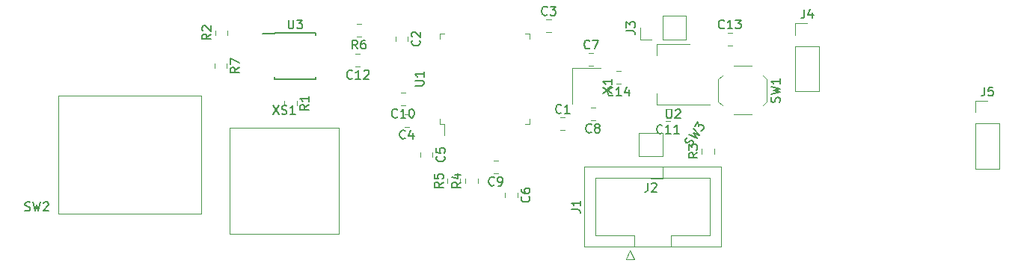
<source format=gbr>
%TF.GenerationSoftware,KiCad,Pcbnew,(5.1.6)-1*%
%TF.CreationDate,2021-01-20T20:20:29-06:00*%
%TF.ProjectId,Pikatea Macropad Mini,50696b61-7465-4612-904d-6163726f7061,rev?*%
%TF.SameCoordinates,Original*%
%TF.FileFunction,Legend,Top*%
%TF.FilePolarity,Positive*%
%FSLAX46Y46*%
G04 Gerber Fmt 4.6, Leading zero omitted, Abs format (unit mm)*
G04 Created by KiCad (PCBNEW (5.1.6)-1) date 2021-01-20 20:20:29*
%MOMM*%
%LPD*%
G01*
G04 APERTURE LIST*
%ADD10C,0.120000*%
%ADD11C,0.150000*%
G04 APERTURE END LIST*
D10*
%TO.C,J5*%
X196170000Y-98770000D02*
X197500000Y-98770000D01*
X196170000Y-100100000D02*
X196170000Y-98770000D01*
X196170000Y-101370000D02*
X198830000Y-101370000D01*
X198830000Y-101370000D02*
X198830000Y-106510000D01*
X196170000Y-101370000D02*
X196170000Y-106510000D01*
X196170000Y-106510000D02*
X198830000Y-106510000D01*
%TO.C,J4*%
X175770000Y-89970000D02*
X177100000Y-89970000D01*
X175770000Y-91300000D02*
X175770000Y-89970000D01*
X175770000Y-92570000D02*
X178430000Y-92570000D01*
X178430000Y-92570000D02*
X178430000Y-97710000D01*
X175770000Y-92570000D02*
X175770000Y-97710000D01*
X175770000Y-97710000D02*
X178430000Y-97710000D01*
%TO.C,C13*%
X168078922Y-92510000D02*
X168596078Y-92510000D01*
X168078922Y-91090000D02*
X168596078Y-91090000D01*
%TO.C,J3*%
X158170000Y-91830000D02*
X158170000Y-90500000D01*
X159500000Y-91830000D02*
X158170000Y-91830000D01*
X160770000Y-91830000D02*
X160770000Y-89170000D01*
X160770000Y-89170000D02*
X163370000Y-89170000D01*
X160770000Y-91830000D02*
X163370000Y-91830000D01*
X163370000Y-91830000D02*
X163370000Y-89170000D01*
%TO.C,J2*%
X160730000Y-107630000D02*
X159400000Y-107630000D01*
X160730000Y-106300000D02*
X160730000Y-107630000D01*
X160730000Y-105030000D02*
X158070000Y-105030000D01*
X158070000Y-105030000D02*
X158070000Y-102430000D01*
X160730000Y-105030000D02*
X160730000Y-102430000D01*
X160730000Y-102430000D02*
X158070000Y-102430000D01*
D11*
%TO.C,U3*%
X116825000Y-91200000D02*
X115475000Y-91200000D01*
X116825000Y-96325000D02*
X121475000Y-96325000D01*
X116825000Y-91075000D02*
X121475000Y-91075000D01*
X116825000Y-96325000D02*
X116825000Y-96100000D01*
X121475000Y-96325000D02*
X121475000Y-96100000D01*
X121475000Y-91075000D02*
X121475000Y-91300000D01*
X116825000Y-91075000D02*
X116825000Y-91200000D01*
D10*
%TO.C,U2*%
X166050000Y-99210000D02*
X160040000Y-99210000D01*
X163800000Y-92390000D02*
X160040000Y-92390000D01*
X160040000Y-99210000D02*
X160040000Y-97950000D01*
X160040000Y-92390000D02*
X160040000Y-93650000D01*
%TO.C,SW1*%
X172550000Y-96350000D02*
X172550000Y-98850000D01*
X170800000Y-94850000D02*
X168800000Y-94850000D01*
X167050000Y-96350000D02*
X167050000Y-98850000D01*
X170800000Y-100350000D02*
X168800000Y-100350000D01*
X172100000Y-95900000D02*
X172550000Y-96350000D01*
X172100000Y-99300000D02*
X172550000Y-98850000D01*
X167500000Y-99300000D02*
X167050000Y-98850000D01*
X167500000Y-95900000D02*
X167050000Y-96350000D01*
%TO.C,R7*%
X109990000Y-94578922D02*
X109990000Y-95096078D01*
X111410000Y-94578922D02*
X111410000Y-95096078D01*
%TO.C,R6*%
X126621078Y-90090000D02*
X126103922Y-90090000D01*
X126621078Y-91510000D02*
X126103922Y-91510000D01*
%TO.C,R3*%
X166590000Y-104761078D02*
X166590000Y-104243922D01*
X165170000Y-104761078D02*
X165170000Y-104243922D01*
%TO.C,R2*%
X111510000Y-91321078D02*
X111510000Y-90803922D01*
X110090000Y-91321078D02*
X110090000Y-90803922D01*
%TO.C,R1*%
X117890000Y-98803922D02*
X117890000Y-99321078D01*
X119310000Y-98803922D02*
X119310000Y-99321078D01*
%TO.C,J1*%
X157560000Y-116720000D02*
X157060000Y-115720000D01*
X156560000Y-116720000D02*
X157560000Y-116720000D01*
X157060000Y-115720000D02*
X156560000Y-116720000D01*
X161650000Y-114020000D02*
X161650000Y-115330000D01*
X161650000Y-114020000D02*
X161650000Y-114020000D01*
X166050000Y-114020000D02*
X161650000Y-114020000D01*
X166050000Y-107520000D02*
X166050000Y-114020000D01*
X153150000Y-107520000D02*
X166050000Y-107520000D01*
X153150000Y-114020000D02*
X153150000Y-107520000D01*
X157550000Y-114020000D02*
X153150000Y-114020000D01*
X157550000Y-115330000D02*
X157550000Y-114020000D01*
X167350000Y-115330000D02*
X151850000Y-115330000D01*
X167350000Y-106210000D02*
X167350000Y-115330000D01*
X151850000Y-106210000D02*
X167350000Y-106210000D01*
X151850000Y-115330000D02*
X151850000Y-106210000D01*
%TO.C,C14*%
X155996078Y-95390000D02*
X155478922Y-95390000D01*
X155996078Y-96810000D02*
X155478922Y-96810000D01*
%TO.C,C12*%
X126496078Y-93490000D02*
X125978922Y-93490000D01*
X126496078Y-94910000D02*
X125978922Y-94910000D01*
%TO.C,C11*%
X161596078Y-99690000D02*
X161078922Y-99690000D01*
X161596078Y-101110000D02*
X161078922Y-101110000D01*
%TO.C,SW2*%
X92300000Y-111600000D02*
X92300000Y-98200000D01*
X108500000Y-111600000D02*
X108500000Y-98200000D01*
X92300000Y-98200000D02*
X108500000Y-98200000D01*
X108500000Y-111600000D02*
X92300000Y-111600000D01*
%TO.C,XS1*%
X111700000Y-113850000D02*
X124100000Y-113850000D01*
X111700000Y-101800000D02*
X111700000Y-113850000D01*
X124100000Y-101800000D02*
X111700000Y-101800000D01*
X124100000Y-113850000D02*
X124100000Y-101800000D01*
%TO.C,X1*%
X150500000Y-95100000D02*
X150500000Y-99100000D01*
X153700000Y-95100000D02*
X150500000Y-95100000D01*
%TO.C,U1*%
X136065000Y-101410000D02*
X136065000Y-102700000D01*
X135490000Y-101410000D02*
X136065000Y-101410000D01*
X135490000Y-100835000D02*
X135490000Y-101410000D01*
X135490000Y-91190000D02*
X136065000Y-91190000D01*
X135490000Y-91765000D02*
X135490000Y-91190000D01*
X145710000Y-101410000D02*
X145135000Y-101410000D01*
X145710000Y-100835000D02*
X145710000Y-101410000D01*
X145710000Y-91190000D02*
X145135000Y-91190000D01*
X145710000Y-91765000D02*
X145710000Y-91190000D01*
%TO.C,R5*%
X137810000Y-108096078D02*
X137810000Y-107578922D01*
X136390000Y-108096078D02*
X136390000Y-107578922D01*
%TO.C,R4*%
X139810000Y-108096078D02*
X139810000Y-107578922D01*
X138390000Y-108096078D02*
X138390000Y-107578922D01*
%TO.C,C10*%
X131596078Y-97890000D02*
X131078922Y-97890000D01*
X131596078Y-99310000D02*
X131078922Y-99310000D01*
%TO.C,C9*%
X142096078Y-105590000D02*
X141578922Y-105590000D01*
X142096078Y-107010000D02*
X141578922Y-107010000D01*
%TO.C,C8*%
X153096078Y-99590000D02*
X152578922Y-99590000D01*
X153096078Y-101010000D02*
X152578922Y-101010000D01*
%TO.C,C7*%
X152378922Y-94810000D02*
X152896078Y-94810000D01*
X152378922Y-93390000D02*
X152896078Y-93390000D01*
%TO.C,C6*%
X142890000Y-109203922D02*
X142890000Y-109721078D01*
X144310000Y-109203922D02*
X144310000Y-109721078D01*
%TO.C,C5*%
X133290000Y-104641422D02*
X133290000Y-105158578D01*
X134710000Y-104641422D02*
X134710000Y-105158578D01*
%TO.C,C4*%
X132021078Y-100290000D02*
X131503922Y-100290000D01*
X132021078Y-101710000D02*
X131503922Y-101710000D01*
%TO.C,C3*%
X147578922Y-91010000D02*
X148096078Y-91010000D01*
X147578922Y-89590000D02*
X148096078Y-89590000D01*
%TO.C,C2*%
X130490000Y-91503922D02*
X130490000Y-92021078D01*
X131910000Y-91503922D02*
X131910000Y-92021078D01*
%TO.C,C1*%
X149178922Y-102110000D02*
X149696078Y-102110000D01*
X149178922Y-100690000D02*
X149696078Y-100690000D01*
%TO.C,J5*%
D11*
X197166666Y-97222380D02*
X197166666Y-97936666D01*
X197119047Y-98079523D01*
X197023809Y-98174761D01*
X196880952Y-98222380D01*
X196785714Y-98222380D01*
X198119047Y-97222380D02*
X197642857Y-97222380D01*
X197595238Y-97698571D01*
X197642857Y-97650952D01*
X197738095Y-97603333D01*
X197976190Y-97603333D01*
X198071428Y-97650952D01*
X198119047Y-97698571D01*
X198166666Y-97793809D01*
X198166666Y-98031904D01*
X198119047Y-98127142D01*
X198071428Y-98174761D01*
X197976190Y-98222380D01*
X197738095Y-98222380D01*
X197642857Y-98174761D01*
X197595238Y-98127142D01*
%TO.C,J4*%
X176766666Y-88422380D02*
X176766666Y-89136666D01*
X176719047Y-89279523D01*
X176623809Y-89374761D01*
X176480952Y-89422380D01*
X176385714Y-89422380D01*
X177671428Y-88755714D02*
X177671428Y-89422380D01*
X177433333Y-88374761D02*
X177195238Y-89089047D01*
X177814285Y-89089047D01*
%TO.C,SW3*%
X163956368Y-103891152D02*
X164077315Y-103801444D01*
X164213881Y-103606407D01*
X164229500Y-103501080D01*
X164217806Y-103434759D01*
X164167105Y-103341126D01*
X164089090Y-103286499D01*
X163983763Y-103270880D01*
X163917442Y-103282574D01*
X163823809Y-103333276D01*
X163675549Y-103461992D01*
X163581915Y-103512693D01*
X163515595Y-103524387D01*
X163410267Y-103508768D01*
X163332253Y-103454141D01*
X163281551Y-103360508D01*
X163269857Y-103294188D01*
X163285476Y-103188860D01*
X163422042Y-102993824D01*
X163542989Y-102904115D01*
X163695174Y-102603751D02*
X164650892Y-102982292D01*
X164175036Y-102416565D01*
X164869397Y-102670234D01*
X164186811Y-101901621D01*
X164350690Y-101667578D02*
X164705761Y-101160483D01*
X164826627Y-101652039D01*
X164908566Y-101535018D01*
X165002200Y-101484316D01*
X165068520Y-101472622D01*
X165173848Y-101488241D01*
X165368884Y-101624807D01*
X165419585Y-101718441D01*
X165431279Y-101784761D01*
X165415660Y-101890089D01*
X165251781Y-102124132D01*
X165158148Y-102174834D01*
X165091827Y-102186528D01*
%TO.C,C13*%
X167694642Y-90507142D02*
X167647023Y-90554761D01*
X167504166Y-90602380D01*
X167408928Y-90602380D01*
X167266071Y-90554761D01*
X167170833Y-90459523D01*
X167123214Y-90364285D01*
X167075595Y-90173809D01*
X167075595Y-90030952D01*
X167123214Y-89840476D01*
X167170833Y-89745238D01*
X167266071Y-89650000D01*
X167408928Y-89602380D01*
X167504166Y-89602380D01*
X167647023Y-89650000D01*
X167694642Y-89697619D01*
X168647023Y-90602380D02*
X168075595Y-90602380D01*
X168361309Y-90602380D02*
X168361309Y-89602380D01*
X168266071Y-89745238D01*
X168170833Y-89840476D01*
X168075595Y-89888095D01*
X168980357Y-89602380D02*
X169599404Y-89602380D01*
X169266071Y-89983333D01*
X169408928Y-89983333D01*
X169504166Y-90030952D01*
X169551785Y-90078571D01*
X169599404Y-90173809D01*
X169599404Y-90411904D01*
X169551785Y-90507142D01*
X169504166Y-90554761D01*
X169408928Y-90602380D01*
X169123214Y-90602380D01*
X169027976Y-90554761D01*
X168980357Y-90507142D01*
%TO.C,J3*%
X156622380Y-90833333D02*
X157336666Y-90833333D01*
X157479523Y-90880952D01*
X157574761Y-90976190D01*
X157622380Y-91119047D01*
X157622380Y-91214285D01*
X156622380Y-90452380D02*
X156622380Y-89833333D01*
X157003333Y-90166666D01*
X157003333Y-90023809D01*
X157050952Y-89928571D01*
X157098571Y-89880952D01*
X157193809Y-89833333D01*
X157431904Y-89833333D01*
X157527142Y-89880952D01*
X157574761Y-89928571D01*
X157622380Y-90023809D01*
X157622380Y-90309523D01*
X157574761Y-90404761D01*
X157527142Y-90452380D01*
%TO.C,J2*%
X159066666Y-108082380D02*
X159066666Y-108796666D01*
X159019047Y-108939523D01*
X158923809Y-109034761D01*
X158780952Y-109082380D01*
X158685714Y-109082380D01*
X159495238Y-108177619D02*
X159542857Y-108130000D01*
X159638095Y-108082380D01*
X159876190Y-108082380D01*
X159971428Y-108130000D01*
X160019047Y-108177619D01*
X160066666Y-108272857D01*
X160066666Y-108368095D01*
X160019047Y-108510952D01*
X159447619Y-109082380D01*
X160066666Y-109082380D01*
%TO.C,U3*%
X118388095Y-89602380D02*
X118388095Y-90411904D01*
X118435714Y-90507142D01*
X118483333Y-90554761D01*
X118578571Y-90602380D01*
X118769047Y-90602380D01*
X118864285Y-90554761D01*
X118911904Y-90507142D01*
X118959523Y-90411904D01*
X118959523Y-89602380D01*
X119340476Y-89602380D02*
X119959523Y-89602380D01*
X119626190Y-89983333D01*
X119769047Y-89983333D01*
X119864285Y-90030952D01*
X119911904Y-90078571D01*
X119959523Y-90173809D01*
X119959523Y-90411904D01*
X119911904Y-90507142D01*
X119864285Y-90554761D01*
X119769047Y-90602380D01*
X119483333Y-90602380D01*
X119388095Y-90554761D01*
X119340476Y-90507142D01*
%TO.C,U2*%
X161188095Y-99752380D02*
X161188095Y-100561904D01*
X161235714Y-100657142D01*
X161283333Y-100704761D01*
X161378571Y-100752380D01*
X161569047Y-100752380D01*
X161664285Y-100704761D01*
X161711904Y-100657142D01*
X161759523Y-100561904D01*
X161759523Y-99752380D01*
X162188095Y-99847619D02*
X162235714Y-99800000D01*
X162330952Y-99752380D01*
X162569047Y-99752380D01*
X162664285Y-99800000D01*
X162711904Y-99847619D01*
X162759523Y-99942857D01*
X162759523Y-100038095D01*
X162711904Y-100180952D01*
X162140476Y-100752380D01*
X162759523Y-100752380D01*
%TO.C,SW1*%
X173954761Y-98933333D02*
X174002380Y-98790476D01*
X174002380Y-98552380D01*
X173954761Y-98457142D01*
X173907142Y-98409523D01*
X173811904Y-98361904D01*
X173716666Y-98361904D01*
X173621428Y-98409523D01*
X173573809Y-98457142D01*
X173526190Y-98552380D01*
X173478571Y-98742857D01*
X173430952Y-98838095D01*
X173383333Y-98885714D01*
X173288095Y-98933333D01*
X173192857Y-98933333D01*
X173097619Y-98885714D01*
X173050000Y-98838095D01*
X173002380Y-98742857D01*
X173002380Y-98504761D01*
X173050000Y-98361904D01*
X173002380Y-98028571D02*
X174002380Y-97790476D01*
X173288095Y-97600000D01*
X174002380Y-97409523D01*
X173002380Y-97171428D01*
X174002380Y-96266666D02*
X174002380Y-96838095D01*
X174002380Y-96552380D02*
X173002380Y-96552380D01*
X173145238Y-96647619D01*
X173240476Y-96742857D01*
X173288095Y-96838095D01*
%TO.C,R7*%
X112802380Y-95004166D02*
X112326190Y-95337500D01*
X112802380Y-95575595D02*
X111802380Y-95575595D01*
X111802380Y-95194642D01*
X111850000Y-95099404D01*
X111897619Y-95051785D01*
X111992857Y-95004166D01*
X112135714Y-95004166D01*
X112230952Y-95051785D01*
X112278571Y-95099404D01*
X112326190Y-95194642D01*
X112326190Y-95575595D01*
X111802380Y-94670833D02*
X111802380Y-94004166D01*
X112802380Y-94432738D01*
%TO.C,R6*%
X126195833Y-92902380D02*
X125862500Y-92426190D01*
X125624404Y-92902380D02*
X125624404Y-91902380D01*
X126005357Y-91902380D01*
X126100595Y-91950000D01*
X126148214Y-91997619D01*
X126195833Y-92092857D01*
X126195833Y-92235714D01*
X126148214Y-92330952D01*
X126100595Y-92378571D01*
X126005357Y-92426190D01*
X125624404Y-92426190D01*
X127052976Y-91902380D02*
X126862500Y-91902380D01*
X126767261Y-91950000D01*
X126719642Y-91997619D01*
X126624404Y-92140476D01*
X126576785Y-92330952D01*
X126576785Y-92711904D01*
X126624404Y-92807142D01*
X126672023Y-92854761D01*
X126767261Y-92902380D01*
X126957738Y-92902380D01*
X127052976Y-92854761D01*
X127100595Y-92807142D01*
X127148214Y-92711904D01*
X127148214Y-92473809D01*
X127100595Y-92378571D01*
X127052976Y-92330952D01*
X126957738Y-92283333D01*
X126767261Y-92283333D01*
X126672023Y-92330952D01*
X126624404Y-92378571D01*
X126576785Y-92473809D01*
%TO.C,R3*%
X164682380Y-104669166D02*
X164206190Y-105002500D01*
X164682380Y-105240595D02*
X163682380Y-105240595D01*
X163682380Y-104859642D01*
X163730000Y-104764404D01*
X163777619Y-104716785D01*
X163872857Y-104669166D01*
X164015714Y-104669166D01*
X164110952Y-104716785D01*
X164158571Y-104764404D01*
X164206190Y-104859642D01*
X164206190Y-105240595D01*
X163682380Y-104335833D02*
X163682380Y-103716785D01*
X164063333Y-104050119D01*
X164063333Y-103907261D01*
X164110952Y-103812023D01*
X164158571Y-103764404D01*
X164253809Y-103716785D01*
X164491904Y-103716785D01*
X164587142Y-103764404D01*
X164634761Y-103812023D01*
X164682380Y-103907261D01*
X164682380Y-104192976D01*
X164634761Y-104288214D01*
X164587142Y-104335833D01*
%TO.C,R2*%
X109602380Y-91229166D02*
X109126190Y-91562500D01*
X109602380Y-91800595D02*
X108602380Y-91800595D01*
X108602380Y-91419642D01*
X108650000Y-91324404D01*
X108697619Y-91276785D01*
X108792857Y-91229166D01*
X108935714Y-91229166D01*
X109030952Y-91276785D01*
X109078571Y-91324404D01*
X109126190Y-91419642D01*
X109126190Y-91800595D01*
X108697619Y-90848214D02*
X108650000Y-90800595D01*
X108602380Y-90705357D01*
X108602380Y-90467261D01*
X108650000Y-90372023D01*
X108697619Y-90324404D01*
X108792857Y-90276785D01*
X108888095Y-90276785D01*
X109030952Y-90324404D01*
X109602380Y-90895833D01*
X109602380Y-90276785D01*
%TO.C,R1*%
X120702380Y-99229166D02*
X120226190Y-99562500D01*
X120702380Y-99800595D02*
X119702380Y-99800595D01*
X119702380Y-99419642D01*
X119750000Y-99324404D01*
X119797619Y-99276785D01*
X119892857Y-99229166D01*
X120035714Y-99229166D01*
X120130952Y-99276785D01*
X120178571Y-99324404D01*
X120226190Y-99419642D01*
X120226190Y-99800595D01*
X120702380Y-98276785D02*
X120702380Y-98848214D01*
X120702380Y-98562500D02*
X119702380Y-98562500D01*
X119845238Y-98657738D01*
X119940476Y-98752976D01*
X119988095Y-98848214D01*
%TO.C,J1*%
X150412380Y-111103333D02*
X151126666Y-111103333D01*
X151269523Y-111150952D01*
X151364761Y-111246190D01*
X151412380Y-111389047D01*
X151412380Y-111484285D01*
X151412380Y-110103333D02*
X151412380Y-110674761D01*
X151412380Y-110389047D02*
X150412380Y-110389047D01*
X150555238Y-110484285D01*
X150650476Y-110579523D01*
X150698095Y-110674761D01*
%TO.C,C14*%
X155094642Y-98107142D02*
X155047023Y-98154761D01*
X154904166Y-98202380D01*
X154808928Y-98202380D01*
X154666071Y-98154761D01*
X154570833Y-98059523D01*
X154523214Y-97964285D01*
X154475595Y-97773809D01*
X154475595Y-97630952D01*
X154523214Y-97440476D01*
X154570833Y-97345238D01*
X154666071Y-97250000D01*
X154808928Y-97202380D01*
X154904166Y-97202380D01*
X155047023Y-97250000D01*
X155094642Y-97297619D01*
X156047023Y-98202380D02*
X155475595Y-98202380D01*
X155761309Y-98202380D02*
X155761309Y-97202380D01*
X155666071Y-97345238D01*
X155570833Y-97440476D01*
X155475595Y-97488095D01*
X156904166Y-97535714D02*
X156904166Y-98202380D01*
X156666071Y-97154761D02*
X156427976Y-97869047D01*
X157047023Y-97869047D01*
%TO.C,C12*%
X125594642Y-96207142D02*
X125547023Y-96254761D01*
X125404166Y-96302380D01*
X125308928Y-96302380D01*
X125166071Y-96254761D01*
X125070833Y-96159523D01*
X125023214Y-96064285D01*
X124975595Y-95873809D01*
X124975595Y-95730952D01*
X125023214Y-95540476D01*
X125070833Y-95445238D01*
X125166071Y-95350000D01*
X125308928Y-95302380D01*
X125404166Y-95302380D01*
X125547023Y-95350000D01*
X125594642Y-95397619D01*
X126547023Y-96302380D02*
X125975595Y-96302380D01*
X126261309Y-96302380D02*
X126261309Y-95302380D01*
X126166071Y-95445238D01*
X126070833Y-95540476D01*
X125975595Y-95588095D01*
X126927976Y-95397619D02*
X126975595Y-95350000D01*
X127070833Y-95302380D01*
X127308928Y-95302380D01*
X127404166Y-95350000D01*
X127451785Y-95397619D01*
X127499404Y-95492857D01*
X127499404Y-95588095D01*
X127451785Y-95730952D01*
X126880357Y-96302380D01*
X127499404Y-96302380D01*
%TO.C,C11*%
X160694642Y-102407142D02*
X160647023Y-102454761D01*
X160504166Y-102502380D01*
X160408928Y-102502380D01*
X160266071Y-102454761D01*
X160170833Y-102359523D01*
X160123214Y-102264285D01*
X160075595Y-102073809D01*
X160075595Y-101930952D01*
X160123214Y-101740476D01*
X160170833Y-101645238D01*
X160266071Y-101550000D01*
X160408928Y-101502380D01*
X160504166Y-101502380D01*
X160647023Y-101550000D01*
X160694642Y-101597619D01*
X161647023Y-102502380D02*
X161075595Y-102502380D01*
X161361309Y-102502380D02*
X161361309Y-101502380D01*
X161266071Y-101645238D01*
X161170833Y-101740476D01*
X161075595Y-101788095D01*
X162599404Y-102502380D02*
X162027976Y-102502380D01*
X162313690Y-102502380D02*
X162313690Y-101502380D01*
X162218452Y-101645238D01*
X162123214Y-101740476D01*
X162027976Y-101788095D01*
%TO.C,SW2*%
X88566666Y-111204761D02*
X88709523Y-111252380D01*
X88947619Y-111252380D01*
X89042857Y-111204761D01*
X89090476Y-111157142D01*
X89138095Y-111061904D01*
X89138095Y-110966666D01*
X89090476Y-110871428D01*
X89042857Y-110823809D01*
X88947619Y-110776190D01*
X88757142Y-110728571D01*
X88661904Y-110680952D01*
X88614285Y-110633333D01*
X88566666Y-110538095D01*
X88566666Y-110442857D01*
X88614285Y-110347619D01*
X88661904Y-110300000D01*
X88757142Y-110252380D01*
X88995238Y-110252380D01*
X89138095Y-110300000D01*
X89471428Y-110252380D02*
X89709523Y-111252380D01*
X89900000Y-110538095D01*
X90090476Y-111252380D01*
X90328571Y-110252380D01*
X90661904Y-110347619D02*
X90709523Y-110300000D01*
X90804761Y-110252380D01*
X91042857Y-110252380D01*
X91138095Y-110300000D01*
X91185714Y-110347619D01*
X91233333Y-110442857D01*
X91233333Y-110538095D01*
X91185714Y-110680952D01*
X90614285Y-111252380D01*
X91233333Y-111252380D01*
%TO.C,XS1*%
X116614285Y-99302380D02*
X117280952Y-100302380D01*
X117280952Y-99302380D02*
X116614285Y-100302380D01*
X117614285Y-100254761D02*
X117757142Y-100302380D01*
X117995238Y-100302380D01*
X118090476Y-100254761D01*
X118138095Y-100207142D01*
X118185714Y-100111904D01*
X118185714Y-100016666D01*
X118138095Y-99921428D01*
X118090476Y-99873809D01*
X117995238Y-99826190D01*
X117804761Y-99778571D01*
X117709523Y-99730952D01*
X117661904Y-99683333D01*
X117614285Y-99588095D01*
X117614285Y-99492857D01*
X117661904Y-99397619D01*
X117709523Y-99350000D01*
X117804761Y-99302380D01*
X118042857Y-99302380D01*
X118185714Y-99350000D01*
X119138095Y-100302380D02*
X118566666Y-100302380D01*
X118852380Y-100302380D02*
X118852380Y-99302380D01*
X118757142Y-99445238D01*
X118661904Y-99540476D01*
X118566666Y-99588095D01*
%TO.C,X1*%
X154002380Y-97909523D02*
X155002380Y-97242857D01*
X154002380Y-97242857D02*
X155002380Y-97909523D01*
X155002380Y-96338095D02*
X155002380Y-96909523D01*
X155002380Y-96623809D02*
X154002380Y-96623809D01*
X154145238Y-96719047D01*
X154240476Y-96814285D01*
X154288095Y-96909523D01*
%TO.C,U1*%
X132702380Y-97061904D02*
X133511904Y-97061904D01*
X133607142Y-97014285D01*
X133654761Y-96966666D01*
X133702380Y-96871428D01*
X133702380Y-96680952D01*
X133654761Y-96585714D01*
X133607142Y-96538095D01*
X133511904Y-96490476D01*
X132702380Y-96490476D01*
X133702380Y-95490476D02*
X133702380Y-96061904D01*
X133702380Y-95776190D02*
X132702380Y-95776190D01*
X132845238Y-95871428D01*
X132940476Y-95966666D01*
X132988095Y-96061904D01*
%TO.C,R5*%
X135902380Y-108004166D02*
X135426190Y-108337500D01*
X135902380Y-108575595D02*
X134902380Y-108575595D01*
X134902380Y-108194642D01*
X134950000Y-108099404D01*
X134997619Y-108051785D01*
X135092857Y-108004166D01*
X135235714Y-108004166D01*
X135330952Y-108051785D01*
X135378571Y-108099404D01*
X135426190Y-108194642D01*
X135426190Y-108575595D01*
X134902380Y-107099404D02*
X134902380Y-107575595D01*
X135378571Y-107623214D01*
X135330952Y-107575595D01*
X135283333Y-107480357D01*
X135283333Y-107242261D01*
X135330952Y-107147023D01*
X135378571Y-107099404D01*
X135473809Y-107051785D01*
X135711904Y-107051785D01*
X135807142Y-107099404D01*
X135854761Y-107147023D01*
X135902380Y-107242261D01*
X135902380Y-107480357D01*
X135854761Y-107575595D01*
X135807142Y-107623214D01*
%TO.C,R4*%
X137902380Y-108004166D02*
X137426190Y-108337500D01*
X137902380Y-108575595D02*
X136902380Y-108575595D01*
X136902380Y-108194642D01*
X136950000Y-108099404D01*
X136997619Y-108051785D01*
X137092857Y-108004166D01*
X137235714Y-108004166D01*
X137330952Y-108051785D01*
X137378571Y-108099404D01*
X137426190Y-108194642D01*
X137426190Y-108575595D01*
X137235714Y-107147023D02*
X137902380Y-107147023D01*
X136854761Y-107385119D02*
X137569047Y-107623214D01*
X137569047Y-107004166D01*
%TO.C,C10*%
X130694642Y-100607142D02*
X130647023Y-100654761D01*
X130504166Y-100702380D01*
X130408928Y-100702380D01*
X130266071Y-100654761D01*
X130170833Y-100559523D01*
X130123214Y-100464285D01*
X130075595Y-100273809D01*
X130075595Y-100130952D01*
X130123214Y-99940476D01*
X130170833Y-99845238D01*
X130266071Y-99750000D01*
X130408928Y-99702380D01*
X130504166Y-99702380D01*
X130647023Y-99750000D01*
X130694642Y-99797619D01*
X131647023Y-100702380D02*
X131075595Y-100702380D01*
X131361309Y-100702380D02*
X131361309Y-99702380D01*
X131266071Y-99845238D01*
X131170833Y-99940476D01*
X131075595Y-99988095D01*
X132266071Y-99702380D02*
X132361309Y-99702380D01*
X132456547Y-99750000D01*
X132504166Y-99797619D01*
X132551785Y-99892857D01*
X132599404Y-100083333D01*
X132599404Y-100321428D01*
X132551785Y-100511904D01*
X132504166Y-100607142D01*
X132456547Y-100654761D01*
X132361309Y-100702380D01*
X132266071Y-100702380D01*
X132170833Y-100654761D01*
X132123214Y-100607142D01*
X132075595Y-100511904D01*
X132027976Y-100321428D01*
X132027976Y-100083333D01*
X132075595Y-99892857D01*
X132123214Y-99797619D01*
X132170833Y-99750000D01*
X132266071Y-99702380D01*
%TO.C,C9*%
X141670833Y-108307142D02*
X141623214Y-108354761D01*
X141480357Y-108402380D01*
X141385119Y-108402380D01*
X141242261Y-108354761D01*
X141147023Y-108259523D01*
X141099404Y-108164285D01*
X141051785Y-107973809D01*
X141051785Y-107830952D01*
X141099404Y-107640476D01*
X141147023Y-107545238D01*
X141242261Y-107450000D01*
X141385119Y-107402380D01*
X141480357Y-107402380D01*
X141623214Y-107450000D01*
X141670833Y-107497619D01*
X142147023Y-108402380D02*
X142337500Y-108402380D01*
X142432738Y-108354761D01*
X142480357Y-108307142D01*
X142575595Y-108164285D01*
X142623214Y-107973809D01*
X142623214Y-107592857D01*
X142575595Y-107497619D01*
X142527976Y-107450000D01*
X142432738Y-107402380D01*
X142242261Y-107402380D01*
X142147023Y-107450000D01*
X142099404Y-107497619D01*
X142051785Y-107592857D01*
X142051785Y-107830952D01*
X142099404Y-107926190D01*
X142147023Y-107973809D01*
X142242261Y-108021428D01*
X142432738Y-108021428D01*
X142527976Y-107973809D01*
X142575595Y-107926190D01*
X142623214Y-107830952D01*
%TO.C,C8*%
X152670833Y-102307142D02*
X152623214Y-102354761D01*
X152480357Y-102402380D01*
X152385119Y-102402380D01*
X152242261Y-102354761D01*
X152147023Y-102259523D01*
X152099404Y-102164285D01*
X152051785Y-101973809D01*
X152051785Y-101830952D01*
X152099404Y-101640476D01*
X152147023Y-101545238D01*
X152242261Y-101450000D01*
X152385119Y-101402380D01*
X152480357Y-101402380D01*
X152623214Y-101450000D01*
X152670833Y-101497619D01*
X153242261Y-101830952D02*
X153147023Y-101783333D01*
X153099404Y-101735714D01*
X153051785Y-101640476D01*
X153051785Y-101592857D01*
X153099404Y-101497619D01*
X153147023Y-101450000D01*
X153242261Y-101402380D01*
X153432738Y-101402380D01*
X153527976Y-101450000D01*
X153575595Y-101497619D01*
X153623214Y-101592857D01*
X153623214Y-101640476D01*
X153575595Y-101735714D01*
X153527976Y-101783333D01*
X153432738Y-101830952D01*
X153242261Y-101830952D01*
X153147023Y-101878571D01*
X153099404Y-101926190D01*
X153051785Y-102021428D01*
X153051785Y-102211904D01*
X153099404Y-102307142D01*
X153147023Y-102354761D01*
X153242261Y-102402380D01*
X153432738Y-102402380D01*
X153527976Y-102354761D01*
X153575595Y-102307142D01*
X153623214Y-102211904D01*
X153623214Y-102021428D01*
X153575595Y-101926190D01*
X153527976Y-101878571D01*
X153432738Y-101830952D01*
%TO.C,C7*%
X152470833Y-92807142D02*
X152423214Y-92854761D01*
X152280357Y-92902380D01*
X152185119Y-92902380D01*
X152042261Y-92854761D01*
X151947023Y-92759523D01*
X151899404Y-92664285D01*
X151851785Y-92473809D01*
X151851785Y-92330952D01*
X151899404Y-92140476D01*
X151947023Y-92045238D01*
X152042261Y-91950000D01*
X152185119Y-91902380D01*
X152280357Y-91902380D01*
X152423214Y-91950000D01*
X152470833Y-91997619D01*
X152804166Y-91902380D02*
X153470833Y-91902380D01*
X153042261Y-92902380D01*
%TO.C,C6*%
X145607142Y-109629166D02*
X145654761Y-109676785D01*
X145702380Y-109819642D01*
X145702380Y-109914880D01*
X145654761Y-110057738D01*
X145559523Y-110152976D01*
X145464285Y-110200595D01*
X145273809Y-110248214D01*
X145130952Y-110248214D01*
X144940476Y-110200595D01*
X144845238Y-110152976D01*
X144750000Y-110057738D01*
X144702380Y-109914880D01*
X144702380Y-109819642D01*
X144750000Y-109676785D01*
X144797619Y-109629166D01*
X144702380Y-108772023D02*
X144702380Y-108962500D01*
X144750000Y-109057738D01*
X144797619Y-109105357D01*
X144940476Y-109200595D01*
X145130952Y-109248214D01*
X145511904Y-109248214D01*
X145607142Y-109200595D01*
X145654761Y-109152976D01*
X145702380Y-109057738D01*
X145702380Y-108867261D01*
X145654761Y-108772023D01*
X145607142Y-108724404D01*
X145511904Y-108676785D01*
X145273809Y-108676785D01*
X145178571Y-108724404D01*
X145130952Y-108772023D01*
X145083333Y-108867261D01*
X145083333Y-109057738D01*
X145130952Y-109152976D01*
X145178571Y-109200595D01*
X145273809Y-109248214D01*
%TO.C,C5*%
X136007142Y-105066666D02*
X136054761Y-105114285D01*
X136102380Y-105257142D01*
X136102380Y-105352380D01*
X136054761Y-105495238D01*
X135959523Y-105590476D01*
X135864285Y-105638095D01*
X135673809Y-105685714D01*
X135530952Y-105685714D01*
X135340476Y-105638095D01*
X135245238Y-105590476D01*
X135150000Y-105495238D01*
X135102380Y-105352380D01*
X135102380Y-105257142D01*
X135150000Y-105114285D01*
X135197619Y-105066666D01*
X135102380Y-104161904D02*
X135102380Y-104638095D01*
X135578571Y-104685714D01*
X135530952Y-104638095D01*
X135483333Y-104542857D01*
X135483333Y-104304761D01*
X135530952Y-104209523D01*
X135578571Y-104161904D01*
X135673809Y-104114285D01*
X135911904Y-104114285D01*
X136007142Y-104161904D01*
X136054761Y-104209523D01*
X136102380Y-104304761D01*
X136102380Y-104542857D01*
X136054761Y-104638095D01*
X136007142Y-104685714D01*
%TO.C,C4*%
X131595833Y-103007142D02*
X131548214Y-103054761D01*
X131405357Y-103102380D01*
X131310119Y-103102380D01*
X131167261Y-103054761D01*
X131072023Y-102959523D01*
X131024404Y-102864285D01*
X130976785Y-102673809D01*
X130976785Y-102530952D01*
X131024404Y-102340476D01*
X131072023Y-102245238D01*
X131167261Y-102150000D01*
X131310119Y-102102380D01*
X131405357Y-102102380D01*
X131548214Y-102150000D01*
X131595833Y-102197619D01*
X132452976Y-102435714D02*
X132452976Y-103102380D01*
X132214880Y-102054761D02*
X131976785Y-102769047D01*
X132595833Y-102769047D01*
%TO.C,C3*%
X147670833Y-89007142D02*
X147623214Y-89054761D01*
X147480357Y-89102380D01*
X147385119Y-89102380D01*
X147242261Y-89054761D01*
X147147023Y-88959523D01*
X147099404Y-88864285D01*
X147051785Y-88673809D01*
X147051785Y-88530952D01*
X147099404Y-88340476D01*
X147147023Y-88245238D01*
X147242261Y-88150000D01*
X147385119Y-88102380D01*
X147480357Y-88102380D01*
X147623214Y-88150000D01*
X147670833Y-88197619D01*
X148004166Y-88102380D02*
X148623214Y-88102380D01*
X148289880Y-88483333D01*
X148432738Y-88483333D01*
X148527976Y-88530952D01*
X148575595Y-88578571D01*
X148623214Y-88673809D01*
X148623214Y-88911904D01*
X148575595Y-89007142D01*
X148527976Y-89054761D01*
X148432738Y-89102380D01*
X148147023Y-89102380D01*
X148051785Y-89054761D01*
X148004166Y-89007142D01*
%TO.C,C2*%
X133207142Y-91929166D02*
X133254761Y-91976785D01*
X133302380Y-92119642D01*
X133302380Y-92214880D01*
X133254761Y-92357738D01*
X133159523Y-92452976D01*
X133064285Y-92500595D01*
X132873809Y-92548214D01*
X132730952Y-92548214D01*
X132540476Y-92500595D01*
X132445238Y-92452976D01*
X132350000Y-92357738D01*
X132302380Y-92214880D01*
X132302380Y-92119642D01*
X132350000Y-91976785D01*
X132397619Y-91929166D01*
X132397619Y-91548214D02*
X132350000Y-91500595D01*
X132302380Y-91405357D01*
X132302380Y-91167261D01*
X132350000Y-91072023D01*
X132397619Y-91024404D01*
X132492857Y-90976785D01*
X132588095Y-90976785D01*
X132730952Y-91024404D01*
X133302380Y-91595833D01*
X133302380Y-90976785D01*
%TO.C,C1*%
X149270833Y-100107142D02*
X149223214Y-100154761D01*
X149080357Y-100202380D01*
X148985119Y-100202380D01*
X148842261Y-100154761D01*
X148747023Y-100059523D01*
X148699404Y-99964285D01*
X148651785Y-99773809D01*
X148651785Y-99630952D01*
X148699404Y-99440476D01*
X148747023Y-99345238D01*
X148842261Y-99250000D01*
X148985119Y-99202380D01*
X149080357Y-99202380D01*
X149223214Y-99250000D01*
X149270833Y-99297619D01*
X150223214Y-100202380D02*
X149651785Y-100202380D01*
X149937500Y-100202380D02*
X149937500Y-99202380D01*
X149842261Y-99345238D01*
X149747023Y-99440476D01*
X149651785Y-99488095D01*
%TD*%
M02*

</source>
